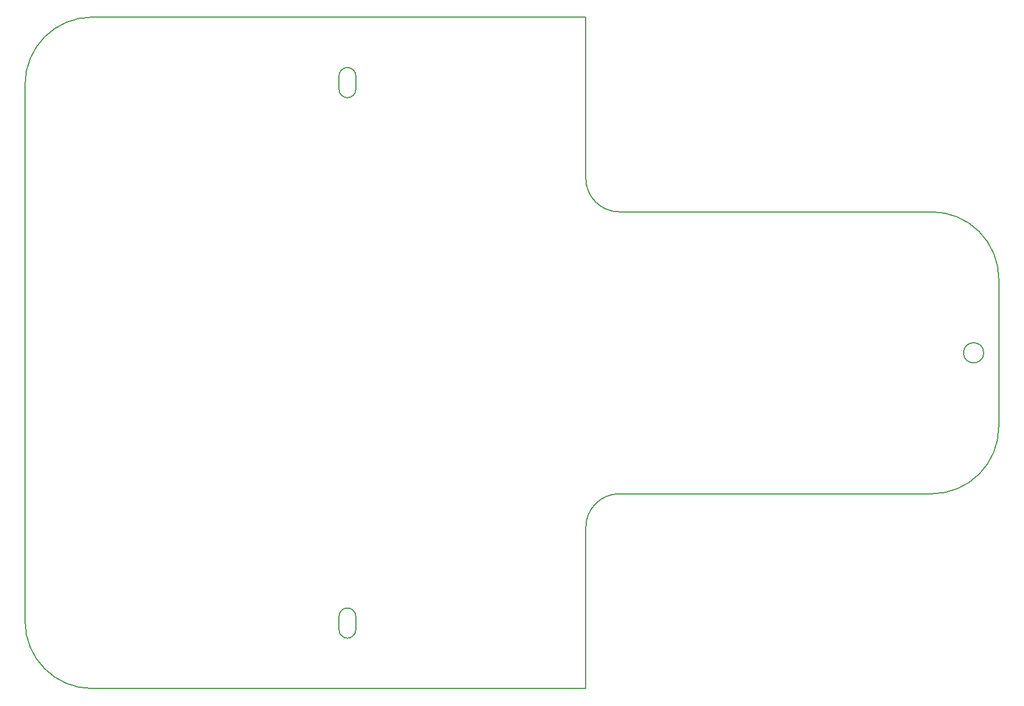
<source format=gbr>
%TF.GenerationSoftware,KiCad,Pcbnew,(6.99.0-5113-g34e134c5e5)*%
%TF.CreationDate,2023-01-06T12:30:30+01:00*%
%TF.ProjectId,kinesis_board,6b696e65-7369-4735-9f62-6f6172642e6b,2.0*%
%TF.SameCoordinates,Original*%
%TF.FileFunction,Profile,NP*%
%FSLAX46Y46*%
G04 Gerber Fmt 4.6, Leading zero omitted, Abs format (unit mm)*
G04 Created by KiCad (PCBNEW (6.99.0-5113-g34e134c5e5)) date 2023-01-06 12:30:30*
%MOMM*%
%LPD*%
G01*
G04 APERTURE LIST*
%TA.AperFunction,Profile*%
%ADD10C,0.200000*%
%TD*%
G04 APERTURE END LIST*
D10*
X128102944Y-128809144D02*
G75*
G03*
X126852944Y-130059143I-44J-1249956D01*
G01*
X128102944Y-133309144D02*
G75*
G03*
X129352944Y-132059143I-44J1250044D01*
G01*
X225102944Y-101809143D02*
X225102944Y-79809143D01*
X126852944Y-130059143D02*
X126852944Y-132059143D01*
X163602944Y-64809143D02*
X163602944Y-40809143D01*
X168602944Y-111809144D02*
G75*
G03*
X163602944Y-116809143I6J-5000006D01*
G01*
X215102944Y-111809144D02*
G75*
G03*
X225102944Y-101809143I6J9999994D01*
G01*
X90102944Y-40809144D02*
G75*
G03*
X80102944Y-50809143I6J-10000006D01*
G01*
X90102944Y-40809143D02*
X163602944Y-40809143D01*
X128102944Y-48309144D02*
G75*
G03*
X126852944Y-49559143I-44J-1249956D01*
G01*
X225102957Y-79809143D02*
G75*
G03*
X215102944Y-69809143I-9999957J43D01*
G01*
X222852944Y-90809143D02*
G75*
G03*
X222852944Y-90809143I-1500000J0D01*
G01*
X129352957Y-130059143D02*
G75*
G03*
X128102944Y-128809143I-1250157J-157D01*
G01*
X163602944Y-140809143D02*
X163602944Y-116809143D01*
X126852857Y-51559143D02*
G75*
G03*
X128102944Y-52809143I1250043J43D01*
G01*
X163602957Y-64809143D02*
G75*
G03*
X168603031Y-69809143I5000143J143D01*
G01*
X126852944Y-49559143D02*
X126852944Y-51559143D01*
X129352944Y-130059143D02*
X129352944Y-132059143D01*
X80102947Y-130809143D02*
G75*
G03*
X90102944Y-140809143I10000103J103D01*
G01*
X128102944Y-52809144D02*
G75*
G03*
X129352944Y-51559143I-44J1250044D01*
G01*
X80102944Y-130809143D02*
X80102944Y-50809143D01*
X168602944Y-69809143D02*
X215102944Y-69809143D01*
X90102944Y-140809143D02*
X163602944Y-140809143D01*
X126852957Y-132059143D02*
G75*
G03*
X128102944Y-133309143I1249843J-157D01*
G01*
X129352944Y-49559143D02*
X129352944Y-51559143D01*
X168602944Y-111809143D02*
X215102944Y-111809143D01*
X129352857Y-49559143D02*
G75*
G03*
X128102944Y-48309143I-1249957J43D01*
G01*
M02*

</source>
